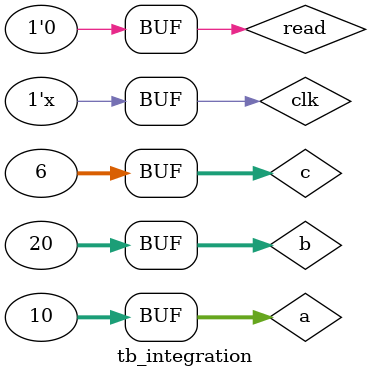
<source format=v>
`timescale 1ns / 1ps


module tb_integration;
    reg [31:0] a;
    reg [31:0] b;
    reg [31:0] c;
    reg clk;
    reg read;
    wire [31:0] ans;
integration uut (
    .a(a),
    .b(b),
    .c(c),
    .read(read),
    .clk(clk),
    .ans(ans)
);
initial begin
    a = 10;
    b = 20;
    c = 6;
    clk = 0;
    read = 0;
    #100
    read = 1;
    #100
    read = 0;
end
always#10 clk=~clk;
endmodule

</source>
